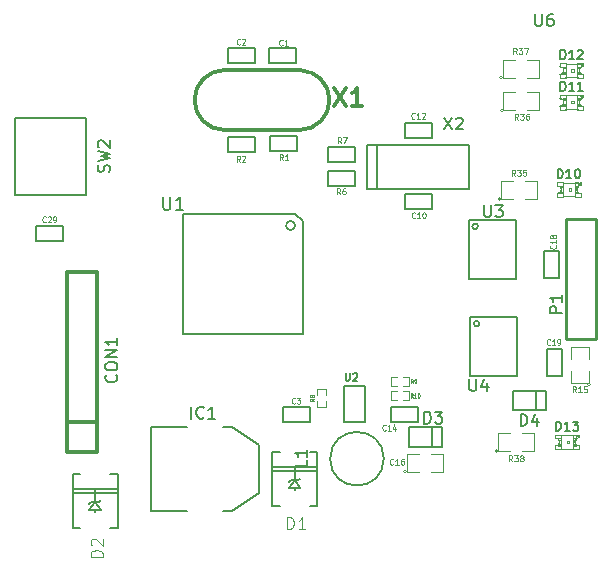
<source format=gto>
G04 (created by PCBNEW (2013-07-07 BZR 4022)-stable) date 23/05/2015 19:38:58*
%MOIN*%
G04 Gerber Fmt 3.4, Leading zero omitted, Abs format*
%FSLAX34Y34*%
G01*
G70*
G90*
G04 APERTURE LIST*
%ADD10C,0.00590551*%
%ADD11C,0.005*%
%ADD12C,0.008*%
%ADD13C,0.0039*%
%ADD14C,0.0028*%
%ADD15C,0.012*%
%ADD16C,0.0026*%
%ADD17C,0.004*%
%ADD18C,0.002*%
%ADD19C,0.0125*%
%ADD20C,0.01*%
%ADD21C,0.0043*%
%ADD22C,0.0045*%
%ADD23C,0.0047*%
G04 APERTURE END LIST*
G54D10*
G54D11*
X89877Y-52662D02*
X90577Y-52662D01*
X90577Y-52662D02*
X90577Y-53862D01*
X90577Y-53862D02*
X89877Y-53862D01*
X89877Y-53862D02*
X89877Y-52662D01*
G54D12*
X84650Y-54050D02*
X83450Y-54050D01*
X83450Y-54050D02*
X83450Y-56850D01*
X83450Y-56850D02*
X84650Y-56850D01*
X85850Y-54050D02*
X86150Y-54050D01*
X86150Y-54050D02*
X87050Y-54650D01*
X87050Y-54650D02*
X87050Y-56250D01*
X87050Y-56250D02*
X86150Y-56850D01*
X86150Y-56850D02*
X85850Y-56850D01*
G54D10*
X94333Y-47350D02*
G75*
G03X94333Y-47350I-93J0D01*
G74*
G01*
X95597Y-47130D02*
X95597Y-49099D01*
X95597Y-49099D02*
X94022Y-49099D01*
X94022Y-49099D02*
X94022Y-47130D01*
X94022Y-47130D02*
X95597Y-47130D01*
X94383Y-50595D02*
G75*
G03X94383Y-50595I-93J0D01*
G74*
G01*
X95647Y-50375D02*
X95647Y-52344D01*
X95647Y-52344D02*
X94072Y-52344D01*
X94072Y-52344D02*
X94072Y-50375D01*
X94072Y-50375D02*
X95647Y-50375D01*
X96255Y-52855D02*
X96255Y-53475D01*
X96255Y-53475D02*
X96250Y-53480D01*
X95488Y-52835D02*
X96591Y-52835D01*
X96591Y-52835D02*
X96591Y-53484D01*
X96591Y-53484D02*
X95488Y-53484D01*
X95488Y-53484D02*
X95488Y-52835D01*
X92795Y-54070D02*
X92795Y-54690D01*
X92795Y-54690D02*
X92790Y-54695D01*
X92028Y-54050D02*
X93131Y-54050D01*
X93131Y-54050D02*
X93131Y-54699D01*
X93131Y-54699D02*
X92028Y-54699D01*
X92028Y-54699D02*
X92028Y-54050D01*
G54D13*
X91955Y-55525D02*
G75*
G03X91955Y-55525I-50J0D01*
G74*
G01*
X92355Y-55525D02*
X91955Y-55525D01*
X91955Y-55525D02*
X91955Y-54925D01*
X91955Y-54925D02*
X92355Y-54925D01*
X92755Y-54925D02*
X93155Y-54925D01*
X93155Y-54925D02*
X93155Y-55525D01*
X93155Y-55525D02*
X92755Y-55525D01*
X95100Y-46425D02*
G75*
G03X95100Y-46425I-50J0D01*
G74*
G01*
X95500Y-46425D02*
X95100Y-46425D01*
X95100Y-46425D02*
X95100Y-45825D01*
X95100Y-45825D02*
X95500Y-45825D01*
X95900Y-45825D02*
X96300Y-45825D01*
X96300Y-45825D02*
X96300Y-46425D01*
X96300Y-46425D02*
X95900Y-46425D01*
X95185Y-43480D02*
G75*
G03X95185Y-43480I-50J0D01*
G74*
G01*
X95585Y-43480D02*
X95185Y-43480D01*
X95185Y-43480D02*
X95185Y-42880D01*
X95185Y-42880D02*
X95585Y-42880D01*
X95985Y-42880D02*
X96385Y-42880D01*
X96385Y-42880D02*
X96385Y-43480D01*
X96385Y-43480D02*
X95985Y-43480D01*
X98090Y-52620D02*
G75*
G03X98090Y-52620I-50J0D01*
G74*
G01*
X98040Y-52170D02*
X98040Y-52570D01*
X98040Y-52570D02*
X97440Y-52570D01*
X97440Y-52570D02*
X97440Y-52170D01*
X97440Y-51770D02*
X97440Y-51370D01*
X97440Y-51370D02*
X98040Y-51370D01*
X98040Y-51370D02*
X98040Y-51770D01*
X95160Y-42390D02*
G75*
G03X95160Y-42390I-50J0D01*
G74*
G01*
X95560Y-42390D02*
X95160Y-42390D01*
X95160Y-42390D02*
X95160Y-41790D01*
X95160Y-41790D02*
X95560Y-41790D01*
X95960Y-41790D02*
X96360Y-41790D01*
X96360Y-41790D02*
X96360Y-42390D01*
X96360Y-42390D02*
X95960Y-42390D01*
X95005Y-54840D02*
G75*
G03X95005Y-54840I-50J0D01*
G74*
G01*
X95405Y-54840D02*
X95005Y-54840D01*
X95005Y-54840D02*
X95005Y-54240D01*
X95005Y-54240D02*
X95405Y-54240D01*
X95805Y-54240D02*
X96205Y-54240D01*
X96205Y-54240D02*
X96205Y-54840D01*
X96205Y-54840D02*
X95805Y-54840D01*
G54D11*
X80500Y-47840D02*
X79600Y-47840D01*
X79600Y-47840D02*
X79600Y-47340D01*
X79600Y-47340D02*
X80500Y-47340D01*
X80500Y-47340D02*
X80500Y-47840D01*
X97040Y-48185D02*
X97040Y-49085D01*
X97040Y-49085D02*
X96540Y-49085D01*
X96540Y-49085D02*
X96540Y-48185D01*
X96540Y-48185D02*
X97040Y-48185D01*
X97135Y-51450D02*
X97135Y-52350D01*
X97135Y-52350D02*
X96635Y-52350D01*
X96635Y-52350D02*
X96635Y-51450D01*
X96635Y-51450D02*
X97135Y-51450D01*
X86900Y-41915D02*
X86000Y-41915D01*
X86000Y-41915D02*
X86000Y-41415D01*
X86000Y-41415D02*
X86900Y-41415D01*
X86900Y-41415D02*
X86900Y-41915D01*
X88300Y-44835D02*
X87400Y-44835D01*
X87400Y-44835D02*
X87400Y-44335D01*
X87400Y-44335D02*
X88300Y-44335D01*
X88300Y-44335D02*
X88300Y-44835D01*
X85990Y-44365D02*
X86890Y-44365D01*
X86890Y-44365D02*
X86890Y-44865D01*
X86890Y-44865D02*
X85990Y-44865D01*
X85990Y-44865D02*
X85990Y-44365D01*
X92800Y-46765D02*
X91900Y-46765D01*
X91900Y-46765D02*
X91900Y-46265D01*
X91900Y-46265D02*
X92800Y-46265D01*
X92800Y-46265D02*
X92800Y-46765D01*
X92800Y-44420D02*
X91900Y-44420D01*
X91900Y-44420D02*
X91900Y-43920D01*
X91900Y-43920D02*
X92800Y-43920D01*
X92800Y-43920D02*
X92800Y-44420D01*
X90225Y-46000D02*
X89325Y-46000D01*
X89325Y-46000D02*
X89325Y-45500D01*
X89325Y-45500D02*
X90225Y-45500D01*
X90225Y-45500D02*
X90225Y-46000D01*
X90240Y-45220D02*
X89340Y-45220D01*
X89340Y-45220D02*
X89340Y-44720D01*
X89340Y-44720D02*
X90240Y-44720D01*
X90240Y-44720D02*
X90240Y-45220D01*
X87375Y-41420D02*
X88275Y-41420D01*
X88275Y-41420D02*
X88275Y-41920D01*
X88275Y-41920D02*
X87375Y-41920D01*
X87375Y-41920D02*
X87375Y-41420D01*
X88720Y-53870D02*
X87820Y-53870D01*
X87820Y-53870D02*
X87820Y-53370D01*
X87820Y-53370D02*
X88720Y-53370D01*
X88720Y-53370D02*
X88720Y-53870D01*
X91450Y-53365D02*
X92350Y-53365D01*
X92350Y-53365D02*
X92350Y-53865D01*
X92350Y-53865D02*
X91450Y-53865D01*
X91450Y-53865D02*
X91450Y-53365D01*
G54D14*
X91630Y-52840D02*
X91430Y-52840D01*
X91430Y-52840D02*
X91430Y-53140D01*
X91430Y-53140D02*
X91630Y-53140D01*
X91830Y-52840D02*
X92030Y-52840D01*
X92030Y-52840D02*
X92030Y-53140D01*
X92030Y-53140D02*
X91830Y-53140D01*
X88970Y-53170D02*
X88970Y-53370D01*
X88970Y-53370D02*
X89270Y-53370D01*
X89270Y-53370D02*
X89270Y-53170D01*
X88970Y-52970D02*
X88970Y-52770D01*
X88970Y-52770D02*
X89270Y-52770D01*
X89270Y-52770D02*
X89270Y-52970D01*
X91635Y-52375D02*
X91435Y-52375D01*
X91435Y-52375D02*
X91435Y-52675D01*
X91435Y-52675D02*
X91635Y-52675D01*
X91835Y-52375D02*
X92035Y-52375D01*
X92035Y-52375D02*
X92035Y-52675D01*
X92035Y-52675D02*
X91835Y-52675D01*
G54D10*
X90981Y-44636D02*
X90981Y-46093D01*
X90627Y-44636D02*
X94052Y-44636D01*
X94052Y-44636D02*
X94052Y-46093D01*
X94052Y-46093D02*
X90627Y-46093D01*
X90627Y-46093D02*
X90627Y-44636D01*
G54D15*
X81630Y-54870D02*
X80630Y-54870D01*
X80630Y-54870D02*
X80630Y-48870D01*
X80630Y-48870D02*
X81630Y-48870D01*
X81630Y-48870D02*
X81630Y-54870D01*
X81630Y-53870D02*
X80630Y-53870D01*
G54D12*
X88238Y-47322D02*
G75*
G03X88238Y-47322I-150J0D01*
G74*
G01*
X84488Y-50922D02*
X88488Y-50922D01*
X88488Y-50922D02*
X88488Y-47172D01*
X88488Y-47172D02*
X88238Y-46922D01*
X88238Y-46922D02*
X84488Y-46922D01*
X84488Y-46922D02*
X84488Y-50922D01*
G54D16*
X97556Y-46238D02*
X97556Y-46366D01*
X97556Y-46366D02*
X97753Y-46366D01*
X97753Y-46238D02*
X97753Y-46366D01*
X97556Y-46238D02*
X97753Y-46238D01*
X97556Y-45993D02*
X97556Y-46052D01*
X97556Y-46052D02*
X97655Y-46052D01*
X97655Y-45993D02*
X97655Y-46052D01*
X97556Y-45993D02*
X97655Y-45993D01*
X97556Y-46188D02*
X97556Y-46247D01*
X97556Y-46247D02*
X97655Y-46247D01*
X97655Y-46188D02*
X97655Y-46247D01*
X97556Y-46188D02*
X97655Y-46188D01*
X97556Y-46042D02*
X97556Y-46198D01*
X97556Y-46198D02*
X97625Y-46198D01*
X97625Y-46042D02*
X97625Y-46198D01*
X97556Y-46042D02*
X97625Y-46042D01*
X96967Y-46238D02*
X96967Y-46366D01*
X96967Y-46366D02*
X97164Y-46366D01*
X97164Y-46238D02*
X97164Y-46366D01*
X96967Y-46238D02*
X97164Y-46238D01*
X96967Y-45874D02*
X96967Y-46002D01*
X96967Y-46002D02*
X97164Y-46002D01*
X97164Y-45874D02*
X97164Y-46002D01*
X96967Y-45874D02*
X97164Y-45874D01*
X97065Y-46188D02*
X97065Y-46247D01*
X97065Y-46247D02*
X97164Y-46247D01*
X97164Y-46188D02*
X97164Y-46247D01*
X97065Y-46188D02*
X97164Y-46188D01*
X97065Y-45993D02*
X97065Y-46052D01*
X97065Y-46052D02*
X97164Y-46052D01*
X97164Y-45993D02*
X97164Y-46052D01*
X97065Y-45993D02*
X97164Y-45993D01*
X97095Y-46042D02*
X97095Y-46198D01*
X97095Y-46198D02*
X97164Y-46198D01*
X97164Y-46042D02*
X97164Y-46198D01*
X97095Y-46042D02*
X97164Y-46042D01*
X97360Y-46081D02*
X97360Y-46159D01*
X97360Y-46159D02*
X97438Y-46159D01*
X97438Y-46081D02*
X97438Y-46159D01*
X97360Y-46081D02*
X97438Y-46081D01*
X97556Y-45884D02*
X97556Y-46002D01*
X97556Y-46002D02*
X97674Y-46002D01*
X97674Y-45884D02*
X97674Y-46002D01*
X97556Y-45884D02*
X97674Y-45884D01*
X97724Y-45874D02*
X97724Y-45963D01*
X97724Y-45963D02*
X97753Y-45963D01*
X97753Y-45874D02*
X97753Y-45963D01*
X97724Y-45874D02*
X97753Y-45874D01*
G54D17*
X97566Y-46346D02*
X97154Y-46346D01*
X97164Y-45894D02*
X97724Y-45894D01*
G54D18*
X97722Y-45943D02*
G75*
G03X97722Y-45943I-28J0D01*
G74*
G01*
G54D17*
X97753Y-45983D02*
G75*
G03X97753Y-46257I0J-137D01*
G74*
G01*
X96967Y-46257D02*
G75*
G03X96967Y-45983I0J137D01*
G74*
G01*
G54D16*
X97646Y-43328D02*
X97646Y-43456D01*
X97646Y-43456D02*
X97843Y-43456D01*
X97843Y-43328D02*
X97843Y-43456D01*
X97646Y-43328D02*
X97843Y-43328D01*
X97646Y-43083D02*
X97646Y-43142D01*
X97646Y-43142D02*
X97745Y-43142D01*
X97745Y-43083D02*
X97745Y-43142D01*
X97646Y-43083D02*
X97745Y-43083D01*
X97646Y-43278D02*
X97646Y-43337D01*
X97646Y-43337D02*
X97745Y-43337D01*
X97745Y-43278D02*
X97745Y-43337D01*
X97646Y-43278D02*
X97745Y-43278D01*
X97646Y-43132D02*
X97646Y-43288D01*
X97646Y-43288D02*
X97715Y-43288D01*
X97715Y-43132D02*
X97715Y-43288D01*
X97646Y-43132D02*
X97715Y-43132D01*
X97057Y-43328D02*
X97057Y-43456D01*
X97057Y-43456D02*
X97254Y-43456D01*
X97254Y-43328D02*
X97254Y-43456D01*
X97057Y-43328D02*
X97254Y-43328D01*
X97057Y-42964D02*
X97057Y-43092D01*
X97057Y-43092D02*
X97254Y-43092D01*
X97254Y-42964D02*
X97254Y-43092D01*
X97057Y-42964D02*
X97254Y-42964D01*
X97155Y-43278D02*
X97155Y-43337D01*
X97155Y-43337D02*
X97254Y-43337D01*
X97254Y-43278D02*
X97254Y-43337D01*
X97155Y-43278D02*
X97254Y-43278D01*
X97155Y-43083D02*
X97155Y-43142D01*
X97155Y-43142D02*
X97254Y-43142D01*
X97254Y-43083D02*
X97254Y-43142D01*
X97155Y-43083D02*
X97254Y-43083D01*
X97185Y-43132D02*
X97185Y-43288D01*
X97185Y-43288D02*
X97254Y-43288D01*
X97254Y-43132D02*
X97254Y-43288D01*
X97185Y-43132D02*
X97254Y-43132D01*
X97450Y-43171D02*
X97450Y-43249D01*
X97450Y-43249D02*
X97528Y-43249D01*
X97528Y-43171D02*
X97528Y-43249D01*
X97450Y-43171D02*
X97528Y-43171D01*
X97646Y-42974D02*
X97646Y-43092D01*
X97646Y-43092D02*
X97764Y-43092D01*
X97764Y-42974D02*
X97764Y-43092D01*
X97646Y-42974D02*
X97764Y-42974D01*
X97814Y-42964D02*
X97814Y-43053D01*
X97814Y-43053D02*
X97843Y-43053D01*
X97843Y-42964D02*
X97843Y-43053D01*
X97814Y-42964D02*
X97843Y-42964D01*
G54D17*
X97656Y-43436D02*
X97244Y-43436D01*
X97254Y-42984D02*
X97814Y-42984D01*
G54D18*
X97812Y-43033D02*
G75*
G03X97812Y-43033I-28J0D01*
G74*
G01*
G54D17*
X97843Y-43073D02*
G75*
G03X97843Y-43347I0J-137D01*
G74*
G01*
X97057Y-43347D02*
G75*
G03X97057Y-43073I0J137D01*
G74*
G01*
G54D16*
X97646Y-42268D02*
X97646Y-42396D01*
X97646Y-42396D02*
X97843Y-42396D01*
X97843Y-42268D02*
X97843Y-42396D01*
X97646Y-42268D02*
X97843Y-42268D01*
X97646Y-42023D02*
X97646Y-42082D01*
X97646Y-42082D02*
X97745Y-42082D01*
X97745Y-42023D02*
X97745Y-42082D01*
X97646Y-42023D02*
X97745Y-42023D01*
X97646Y-42218D02*
X97646Y-42277D01*
X97646Y-42277D02*
X97745Y-42277D01*
X97745Y-42218D02*
X97745Y-42277D01*
X97646Y-42218D02*
X97745Y-42218D01*
X97646Y-42072D02*
X97646Y-42228D01*
X97646Y-42228D02*
X97715Y-42228D01*
X97715Y-42072D02*
X97715Y-42228D01*
X97646Y-42072D02*
X97715Y-42072D01*
X97057Y-42268D02*
X97057Y-42396D01*
X97057Y-42396D02*
X97254Y-42396D01*
X97254Y-42268D02*
X97254Y-42396D01*
X97057Y-42268D02*
X97254Y-42268D01*
X97057Y-41904D02*
X97057Y-42032D01*
X97057Y-42032D02*
X97254Y-42032D01*
X97254Y-41904D02*
X97254Y-42032D01*
X97057Y-41904D02*
X97254Y-41904D01*
X97155Y-42218D02*
X97155Y-42277D01*
X97155Y-42277D02*
X97254Y-42277D01*
X97254Y-42218D02*
X97254Y-42277D01*
X97155Y-42218D02*
X97254Y-42218D01*
X97155Y-42023D02*
X97155Y-42082D01*
X97155Y-42082D02*
X97254Y-42082D01*
X97254Y-42023D02*
X97254Y-42082D01*
X97155Y-42023D02*
X97254Y-42023D01*
X97185Y-42072D02*
X97185Y-42228D01*
X97185Y-42228D02*
X97254Y-42228D01*
X97254Y-42072D02*
X97254Y-42228D01*
X97185Y-42072D02*
X97254Y-42072D01*
X97450Y-42111D02*
X97450Y-42189D01*
X97450Y-42189D02*
X97528Y-42189D01*
X97528Y-42111D02*
X97528Y-42189D01*
X97450Y-42111D02*
X97528Y-42111D01*
X97646Y-41914D02*
X97646Y-42032D01*
X97646Y-42032D02*
X97764Y-42032D01*
X97764Y-41914D02*
X97764Y-42032D01*
X97646Y-41914D02*
X97764Y-41914D01*
X97814Y-41904D02*
X97814Y-41993D01*
X97814Y-41993D02*
X97843Y-41993D01*
X97843Y-41904D02*
X97843Y-41993D01*
X97814Y-41904D02*
X97843Y-41904D01*
G54D17*
X97656Y-42376D02*
X97244Y-42376D01*
X97254Y-41924D02*
X97814Y-41924D01*
G54D18*
X97812Y-41973D02*
G75*
G03X97812Y-41973I-28J0D01*
G74*
G01*
G54D17*
X97843Y-42013D02*
G75*
G03X97843Y-42287I0J-137D01*
G74*
G01*
X97057Y-42287D02*
G75*
G03X97057Y-42013I0J137D01*
G74*
G01*
G54D16*
X97496Y-54653D02*
X97496Y-54781D01*
X97496Y-54781D02*
X97693Y-54781D01*
X97693Y-54653D02*
X97693Y-54781D01*
X97496Y-54653D02*
X97693Y-54653D01*
X97496Y-54408D02*
X97496Y-54467D01*
X97496Y-54467D02*
X97595Y-54467D01*
X97595Y-54408D02*
X97595Y-54467D01*
X97496Y-54408D02*
X97595Y-54408D01*
X97496Y-54603D02*
X97496Y-54662D01*
X97496Y-54662D02*
X97595Y-54662D01*
X97595Y-54603D02*
X97595Y-54662D01*
X97496Y-54603D02*
X97595Y-54603D01*
X97496Y-54457D02*
X97496Y-54613D01*
X97496Y-54613D02*
X97565Y-54613D01*
X97565Y-54457D02*
X97565Y-54613D01*
X97496Y-54457D02*
X97565Y-54457D01*
X96907Y-54653D02*
X96907Y-54781D01*
X96907Y-54781D02*
X97104Y-54781D01*
X97104Y-54653D02*
X97104Y-54781D01*
X96907Y-54653D02*
X97104Y-54653D01*
X96907Y-54289D02*
X96907Y-54417D01*
X96907Y-54417D02*
X97104Y-54417D01*
X97104Y-54289D02*
X97104Y-54417D01*
X96907Y-54289D02*
X97104Y-54289D01*
X97005Y-54603D02*
X97005Y-54662D01*
X97005Y-54662D02*
X97104Y-54662D01*
X97104Y-54603D02*
X97104Y-54662D01*
X97005Y-54603D02*
X97104Y-54603D01*
X97005Y-54408D02*
X97005Y-54467D01*
X97005Y-54467D02*
X97104Y-54467D01*
X97104Y-54408D02*
X97104Y-54467D01*
X97005Y-54408D02*
X97104Y-54408D01*
X97035Y-54457D02*
X97035Y-54613D01*
X97035Y-54613D02*
X97104Y-54613D01*
X97104Y-54457D02*
X97104Y-54613D01*
X97035Y-54457D02*
X97104Y-54457D01*
X97300Y-54496D02*
X97300Y-54574D01*
X97300Y-54574D02*
X97378Y-54574D01*
X97378Y-54496D02*
X97378Y-54574D01*
X97300Y-54496D02*
X97378Y-54496D01*
X97496Y-54299D02*
X97496Y-54417D01*
X97496Y-54417D02*
X97614Y-54417D01*
X97614Y-54299D02*
X97614Y-54417D01*
X97496Y-54299D02*
X97614Y-54299D01*
X97664Y-54289D02*
X97664Y-54378D01*
X97664Y-54378D02*
X97693Y-54378D01*
X97693Y-54289D02*
X97693Y-54378D01*
X97664Y-54289D02*
X97693Y-54289D01*
G54D17*
X97506Y-54761D02*
X97094Y-54761D01*
X97104Y-54309D02*
X97664Y-54309D01*
G54D18*
X97662Y-54358D02*
G75*
G03X97662Y-54358I-28J0D01*
G74*
G01*
G54D17*
X97693Y-54398D02*
G75*
G03X97693Y-54672I0J-137D01*
G74*
G01*
X96907Y-54672D02*
G75*
G03X96907Y-54398I0J137D01*
G74*
G01*
G54D19*
X85885Y-44140D02*
X88385Y-44140D01*
X85885Y-42140D02*
X88385Y-42140D01*
X89385Y-43140D02*
G75*
G03X88385Y-42140I-1000J0D01*
G74*
G01*
X88385Y-44140D02*
G75*
G03X89385Y-43140I0J1000D01*
G74*
G01*
X85885Y-42140D02*
G75*
G03X84885Y-43140I0J-1000D01*
G74*
G01*
X84885Y-43140D02*
G75*
G03X85885Y-44140I1000J0D01*
G74*
G01*
G54D10*
X78918Y-46294D02*
X78918Y-43735D01*
X78918Y-43735D02*
X81281Y-43735D01*
X81281Y-43735D02*
X81281Y-46294D01*
X81281Y-46294D02*
X78918Y-46294D01*
G54D11*
X88220Y-56070D02*
X88220Y-56150D01*
X87470Y-56670D02*
X87470Y-54870D01*
X87470Y-54870D02*
X87720Y-54870D01*
X88970Y-55510D02*
X87470Y-55510D01*
X88970Y-55380D02*
X87470Y-55380D01*
X88720Y-56670D02*
X88970Y-56670D01*
X88970Y-56670D02*
X88970Y-54870D01*
X88970Y-54870D02*
X88720Y-54870D01*
X87720Y-56670D02*
X87470Y-56670D01*
X88220Y-55820D02*
X88033Y-56070D01*
X88033Y-56070D02*
X88220Y-56070D01*
X88220Y-56070D02*
X88407Y-56070D01*
X88407Y-56070D02*
X88220Y-55820D01*
X88220Y-55820D02*
X88095Y-55820D01*
X88095Y-55820D02*
X88033Y-55882D01*
X88220Y-55820D02*
X88345Y-55820D01*
X88345Y-55820D02*
X88407Y-55758D01*
X88220Y-55820D02*
X88220Y-55383D01*
X81570Y-56790D02*
X81570Y-56870D01*
X80820Y-57390D02*
X80820Y-55590D01*
X80820Y-55590D02*
X81070Y-55590D01*
X82320Y-56230D02*
X80820Y-56230D01*
X82320Y-56100D02*
X80820Y-56100D01*
X82070Y-57390D02*
X82320Y-57390D01*
X82320Y-57390D02*
X82320Y-55590D01*
X82320Y-55590D02*
X82070Y-55590D01*
X81070Y-57390D02*
X80820Y-57390D01*
X81570Y-56540D02*
X81383Y-56790D01*
X81383Y-56790D02*
X81570Y-56790D01*
X81570Y-56790D02*
X81757Y-56790D01*
X81757Y-56790D02*
X81570Y-56540D01*
X81570Y-56540D02*
X81445Y-56540D01*
X81445Y-56540D02*
X81383Y-56602D01*
X81570Y-56540D02*
X81695Y-56540D01*
X81695Y-56540D02*
X81757Y-56478D01*
X81570Y-56540D02*
X81570Y-56103D01*
G54D10*
X91194Y-55095D02*
G75*
G03X91194Y-55095I-894J0D01*
G74*
G01*
G54D20*
X98285Y-47095D02*
X98285Y-51095D01*
X97285Y-47095D02*
X97285Y-51095D01*
X97285Y-51095D02*
X98285Y-51095D01*
X98285Y-47095D02*
X97285Y-47095D01*
G54D11*
X89919Y-52247D02*
X89919Y-52450D01*
X89930Y-52473D01*
X89942Y-52485D01*
X89966Y-52497D01*
X90014Y-52497D01*
X90038Y-52485D01*
X90049Y-52473D01*
X90061Y-52450D01*
X90061Y-52247D01*
X90169Y-52271D02*
X90180Y-52259D01*
X90204Y-52247D01*
X90264Y-52247D01*
X90288Y-52259D01*
X90299Y-52271D01*
X90311Y-52295D01*
X90311Y-52319D01*
X90299Y-52354D01*
X90157Y-52497D01*
X90311Y-52497D01*
G54D12*
X84779Y-53756D02*
X84779Y-53356D01*
X85198Y-53718D02*
X85179Y-53737D01*
X85122Y-53756D01*
X85084Y-53756D01*
X85027Y-53737D01*
X84989Y-53699D01*
X84970Y-53661D01*
X84950Y-53585D01*
X84950Y-53528D01*
X84970Y-53452D01*
X84989Y-53414D01*
X85027Y-53375D01*
X85084Y-53356D01*
X85122Y-53356D01*
X85179Y-53375D01*
X85198Y-53395D01*
X85579Y-53756D02*
X85350Y-53756D01*
X85465Y-53756D02*
X85465Y-53356D01*
X85427Y-53414D01*
X85389Y-53452D01*
X85350Y-53471D01*
G54D10*
X94540Y-46645D02*
X94540Y-46964D01*
X94558Y-47001D01*
X94577Y-47020D01*
X94615Y-47039D01*
X94690Y-47039D01*
X94727Y-47020D01*
X94746Y-47001D01*
X94765Y-46964D01*
X94765Y-46645D01*
X94914Y-46645D02*
X95158Y-46645D01*
X95027Y-46795D01*
X95083Y-46795D01*
X95121Y-46814D01*
X95139Y-46833D01*
X95158Y-46870D01*
X95158Y-46964D01*
X95139Y-47001D01*
X95121Y-47020D01*
X95083Y-47039D01*
X94971Y-47039D01*
X94933Y-47020D01*
X94914Y-47001D01*
X94050Y-52445D02*
X94050Y-52764D01*
X94068Y-52801D01*
X94087Y-52820D01*
X94125Y-52839D01*
X94200Y-52839D01*
X94237Y-52820D01*
X94256Y-52801D01*
X94275Y-52764D01*
X94275Y-52445D01*
X94631Y-52576D02*
X94631Y-52839D01*
X94537Y-52426D02*
X94443Y-52708D01*
X94687Y-52708D01*
X95754Y-54004D02*
X95754Y-53610D01*
X95848Y-53610D01*
X95904Y-53629D01*
X95941Y-53666D01*
X95960Y-53704D01*
X95979Y-53779D01*
X95979Y-53835D01*
X95960Y-53910D01*
X95941Y-53948D01*
X95904Y-53985D01*
X95848Y-54004D01*
X95754Y-54004D01*
X96316Y-53741D02*
X96316Y-54004D01*
X96223Y-53591D02*
X96129Y-53873D01*
X96373Y-53873D01*
X92544Y-53924D02*
X92544Y-53530D01*
X92638Y-53530D01*
X92694Y-53549D01*
X92731Y-53586D01*
X92750Y-53624D01*
X92769Y-53699D01*
X92769Y-53755D01*
X92750Y-53830D01*
X92731Y-53868D01*
X92694Y-53905D01*
X92638Y-53924D01*
X92544Y-53924D01*
X92900Y-53530D02*
X93144Y-53530D01*
X93013Y-53680D01*
X93069Y-53680D01*
X93106Y-53699D01*
X93125Y-53718D01*
X93144Y-53755D01*
X93144Y-53849D01*
X93125Y-53886D01*
X93106Y-53905D01*
X93069Y-53924D01*
X92956Y-53924D01*
X92919Y-53905D01*
X92900Y-53886D01*
G54D21*
X91508Y-55275D02*
X91498Y-55285D01*
X91470Y-55294D01*
X91452Y-55294D01*
X91423Y-55285D01*
X91405Y-55266D01*
X91395Y-55247D01*
X91386Y-55210D01*
X91386Y-55182D01*
X91395Y-55144D01*
X91405Y-55125D01*
X91423Y-55107D01*
X91452Y-55097D01*
X91470Y-55097D01*
X91498Y-55107D01*
X91508Y-55116D01*
X91695Y-55294D02*
X91583Y-55294D01*
X91639Y-55294D02*
X91639Y-55097D01*
X91620Y-55125D01*
X91602Y-55144D01*
X91583Y-55154D01*
X91864Y-55097D02*
X91827Y-55097D01*
X91808Y-55107D01*
X91799Y-55116D01*
X91780Y-55144D01*
X91771Y-55182D01*
X91771Y-55257D01*
X91780Y-55275D01*
X91789Y-55285D01*
X91808Y-55294D01*
X91846Y-55294D01*
X91864Y-55285D01*
X91874Y-55275D01*
X91883Y-55257D01*
X91883Y-55210D01*
X91874Y-55191D01*
X91864Y-55182D01*
X91846Y-55172D01*
X91808Y-55172D01*
X91789Y-55182D01*
X91780Y-55191D01*
X91771Y-55210D01*
X95573Y-45659D02*
X95507Y-45565D01*
X95460Y-45659D02*
X95460Y-45462D01*
X95535Y-45462D01*
X95554Y-45472D01*
X95563Y-45481D01*
X95573Y-45500D01*
X95573Y-45528D01*
X95563Y-45547D01*
X95554Y-45556D01*
X95535Y-45565D01*
X95460Y-45565D01*
X95639Y-45462D02*
X95760Y-45462D01*
X95695Y-45537D01*
X95723Y-45537D01*
X95742Y-45547D01*
X95751Y-45556D01*
X95760Y-45575D01*
X95760Y-45622D01*
X95751Y-45640D01*
X95742Y-45650D01*
X95723Y-45659D01*
X95667Y-45659D01*
X95648Y-45650D01*
X95639Y-45640D01*
X95939Y-45462D02*
X95845Y-45462D01*
X95836Y-45556D01*
X95845Y-45547D01*
X95864Y-45537D01*
X95911Y-45537D01*
X95929Y-45547D01*
X95939Y-45556D01*
X95948Y-45575D01*
X95948Y-45622D01*
X95939Y-45640D01*
X95929Y-45650D01*
X95911Y-45659D01*
X95864Y-45659D01*
X95845Y-45650D01*
X95836Y-45640D01*
X95673Y-43789D02*
X95607Y-43695D01*
X95560Y-43789D02*
X95560Y-43592D01*
X95635Y-43592D01*
X95654Y-43602D01*
X95663Y-43611D01*
X95673Y-43630D01*
X95673Y-43658D01*
X95663Y-43677D01*
X95654Y-43686D01*
X95635Y-43695D01*
X95560Y-43695D01*
X95739Y-43592D02*
X95860Y-43592D01*
X95795Y-43667D01*
X95823Y-43667D01*
X95842Y-43677D01*
X95851Y-43686D01*
X95860Y-43705D01*
X95860Y-43752D01*
X95851Y-43770D01*
X95842Y-43780D01*
X95823Y-43789D01*
X95767Y-43789D01*
X95748Y-43780D01*
X95739Y-43770D01*
X96029Y-43592D02*
X95992Y-43592D01*
X95973Y-43602D01*
X95964Y-43611D01*
X95945Y-43639D01*
X95936Y-43677D01*
X95936Y-43752D01*
X95945Y-43770D01*
X95954Y-43780D01*
X95973Y-43789D01*
X96011Y-43789D01*
X96029Y-43780D01*
X96039Y-43770D01*
X96048Y-43752D01*
X96048Y-43705D01*
X96039Y-43686D01*
X96029Y-43677D01*
X96011Y-43667D01*
X95973Y-43667D01*
X95954Y-43677D01*
X95945Y-43686D01*
X95936Y-43705D01*
X97603Y-52879D02*
X97537Y-52785D01*
X97490Y-52879D02*
X97490Y-52682D01*
X97565Y-52682D01*
X97584Y-52692D01*
X97593Y-52701D01*
X97603Y-52720D01*
X97603Y-52748D01*
X97593Y-52767D01*
X97584Y-52776D01*
X97565Y-52785D01*
X97490Y-52785D01*
X97790Y-52879D02*
X97678Y-52879D01*
X97734Y-52879D02*
X97734Y-52682D01*
X97715Y-52710D01*
X97697Y-52729D01*
X97678Y-52739D01*
X97969Y-52682D02*
X97875Y-52682D01*
X97866Y-52776D01*
X97875Y-52767D01*
X97894Y-52757D01*
X97941Y-52757D01*
X97959Y-52767D01*
X97969Y-52776D01*
X97978Y-52795D01*
X97978Y-52842D01*
X97969Y-52860D01*
X97959Y-52870D01*
X97941Y-52879D01*
X97894Y-52879D01*
X97875Y-52870D01*
X97866Y-52860D01*
X95628Y-41604D02*
X95562Y-41510D01*
X95515Y-41604D02*
X95515Y-41407D01*
X95590Y-41407D01*
X95609Y-41417D01*
X95618Y-41426D01*
X95628Y-41445D01*
X95628Y-41473D01*
X95618Y-41492D01*
X95609Y-41501D01*
X95590Y-41510D01*
X95515Y-41510D01*
X95694Y-41407D02*
X95815Y-41407D01*
X95750Y-41482D01*
X95778Y-41482D01*
X95797Y-41492D01*
X95806Y-41501D01*
X95815Y-41520D01*
X95815Y-41567D01*
X95806Y-41585D01*
X95797Y-41595D01*
X95778Y-41604D01*
X95722Y-41604D01*
X95703Y-41595D01*
X95694Y-41585D01*
X95881Y-41407D02*
X96012Y-41407D01*
X95928Y-41604D01*
X95478Y-55184D02*
X95412Y-55090D01*
X95365Y-55184D02*
X95365Y-54987D01*
X95440Y-54987D01*
X95459Y-54997D01*
X95468Y-55006D01*
X95478Y-55025D01*
X95478Y-55053D01*
X95468Y-55072D01*
X95459Y-55081D01*
X95440Y-55090D01*
X95365Y-55090D01*
X95544Y-54987D02*
X95665Y-54987D01*
X95600Y-55062D01*
X95628Y-55062D01*
X95647Y-55072D01*
X95656Y-55081D01*
X95665Y-55100D01*
X95665Y-55147D01*
X95656Y-55165D01*
X95647Y-55175D01*
X95628Y-55184D01*
X95572Y-55184D01*
X95553Y-55175D01*
X95544Y-55165D01*
X95778Y-55072D02*
X95759Y-55062D01*
X95750Y-55053D01*
X95741Y-55034D01*
X95741Y-55025D01*
X95750Y-55006D01*
X95759Y-54997D01*
X95778Y-54987D01*
X95816Y-54987D01*
X95834Y-54997D01*
X95844Y-55006D01*
X95853Y-55025D01*
X95853Y-55034D01*
X95844Y-55053D01*
X95834Y-55062D01*
X95816Y-55072D01*
X95778Y-55072D01*
X95759Y-55081D01*
X95750Y-55090D01*
X95741Y-55109D01*
X95741Y-55147D01*
X95750Y-55165D01*
X95759Y-55175D01*
X95778Y-55184D01*
X95816Y-55184D01*
X95834Y-55175D01*
X95844Y-55165D01*
X95853Y-55147D01*
X95853Y-55109D01*
X95844Y-55090D01*
X95834Y-55081D01*
X95816Y-55072D01*
G54D22*
X79929Y-47201D02*
X79920Y-47211D01*
X79895Y-47220D01*
X79877Y-47220D01*
X79852Y-47211D01*
X79835Y-47192D01*
X79826Y-47173D01*
X79817Y-47135D01*
X79817Y-47106D01*
X79826Y-47068D01*
X79835Y-47049D01*
X79852Y-47030D01*
X79877Y-47020D01*
X79895Y-47020D01*
X79920Y-47030D01*
X79929Y-47040D01*
X79997Y-47040D02*
X80006Y-47030D01*
X80023Y-47020D01*
X80066Y-47020D01*
X80083Y-47030D01*
X80092Y-47040D01*
X80100Y-47059D01*
X80100Y-47078D01*
X80092Y-47106D01*
X79989Y-47220D01*
X80100Y-47220D01*
X80186Y-47220D02*
X80220Y-47220D01*
X80237Y-47211D01*
X80246Y-47201D01*
X80263Y-47173D01*
X80272Y-47135D01*
X80272Y-47059D01*
X80263Y-47040D01*
X80255Y-47030D01*
X80237Y-47020D01*
X80203Y-47020D01*
X80186Y-47030D01*
X80177Y-47040D01*
X80169Y-47059D01*
X80169Y-47106D01*
X80177Y-47125D01*
X80186Y-47135D01*
X80203Y-47144D01*
X80237Y-47144D01*
X80255Y-47135D01*
X80263Y-47125D01*
X80272Y-47106D01*
X96921Y-47980D02*
X96931Y-47989D01*
X96940Y-48015D01*
X96940Y-48032D01*
X96931Y-48057D01*
X96912Y-48075D01*
X96893Y-48083D01*
X96855Y-48092D01*
X96826Y-48092D01*
X96788Y-48083D01*
X96769Y-48075D01*
X96750Y-48057D01*
X96740Y-48032D01*
X96740Y-48015D01*
X96750Y-47989D01*
X96760Y-47980D01*
X96940Y-47809D02*
X96940Y-47912D01*
X96940Y-47860D02*
X96740Y-47860D01*
X96769Y-47877D01*
X96788Y-47895D01*
X96798Y-47912D01*
X96826Y-47706D02*
X96817Y-47723D01*
X96807Y-47732D01*
X96788Y-47740D01*
X96779Y-47740D01*
X96760Y-47732D01*
X96750Y-47723D01*
X96740Y-47706D01*
X96740Y-47672D01*
X96750Y-47655D01*
X96760Y-47646D01*
X96779Y-47637D01*
X96788Y-47637D01*
X96807Y-47646D01*
X96817Y-47655D01*
X96826Y-47672D01*
X96826Y-47706D01*
X96836Y-47723D01*
X96845Y-47732D01*
X96864Y-47740D01*
X96902Y-47740D01*
X96921Y-47732D01*
X96931Y-47723D01*
X96940Y-47706D01*
X96940Y-47672D01*
X96931Y-47655D01*
X96921Y-47646D01*
X96902Y-47637D01*
X96864Y-47637D01*
X96845Y-47646D01*
X96836Y-47655D01*
X96826Y-47672D01*
X96734Y-51291D02*
X96725Y-51301D01*
X96700Y-51310D01*
X96682Y-51310D01*
X96657Y-51301D01*
X96640Y-51282D01*
X96631Y-51263D01*
X96622Y-51225D01*
X96622Y-51196D01*
X96631Y-51158D01*
X96640Y-51139D01*
X96657Y-51120D01*
X96682Y-51110D01*
X96700Y-51110D01*
X96725Y-51120D01*
X96734Y-51130D01*
X96905Y-51310D02*
X96802Y-51310D01*
X96854Y-51310D02*
X96854Y-51110D01*
X96837Y-51139D01*
X96820Y-51158D01*
X96802Y-51168D01*
X96991Y-51310D02*
X97025Y-51310D01*
X97042Y-51301D01*
X97051Y-51291D01*
X97068Y-51263D01*
X97077Y-51225D01*
X97077Y-51149D01*
X97068Y-51130D01*
X97060Y-51120D01*
X97042Y-51110D01*
X97008Y-51110D01*
X96991Y-51120D01*
X96982Y-51130D01*
X96974Y-51149D01*
X96974Y-51196D01*
X96982Y-51215D01*
X96991Y-51225D01*
X97008Y-51234D01*
X97042Y-51234D01*
X97060Y-51225D01*
X97068Y-51215D01*
X97077Y-51196D01*
X86405Y-41276D02*
X86396Y-41286D01*
X86370Y-41295D01*
X86353Y-41295D01*
X86327Y-41286D01*
X86310Y-41267D01*
X86302Y-41248D01*
X86293Y-41210D01*
X86293Y-41181D01*
X86302Y-41143D01*
X86310Y-41124D01*
X86327Y-41105D01*
X86353Y-41095D01*
X86370Y-41095D01*
X86396Y-41105D01*
X86405Y-41115D01*
X86473Y-41115D02*
X86482Y-41105D01*
X86499Y-41095D01*
X86542Y-41095D01*
X86559Y-41105D01*
X86567Y-41115D01*
X86576Y-41134D01*
X86576Y-41153D01*
X86567Y-41181D01*
X86465Y-41295D01*
X86576Y-41295D01*
X87835Y-45145D02*
X87775Y-45050D01*
X87732Y-45145D02*
X87732Y-44945D01*
X87800Y-44945D01*
X87817Y-44955D01*
X87826Y-44965D01*
X87835Y-44984D01*
X87835Y-45012D01*
X87826Y-45031D01*
X87817Y-45041D01*
X87800Y-45050D01*
X87732Y-45050D01*
X88006Y-45145D02*
X87903Y-45145D01*
X87955Y-45145D02*
X87955Y-44945D01*
X87937Y-44974D01*
X87920Y-44993D01*
X87903Y-45003D01*
X86405Y-45195D02*
X86345Y-45100D01*
X86302Y-45195D02*
X86302Y-44995D01*
X86370Y-44995D01*
X86387Y-45005D01*
X86396Y-45015D01*
X86405Y-45034D01*
X86405Y-45062D01*
X86396Y-45081D01*
X86387Y-45091D01*
X86370Y-45100D01*
X86302Y-45100D01*
X86473Y-45015D02*
X86482Y-45005D01*
X86499Y-44995D01*
X86542Y-44995D01*
X86559Y-45005D01*
X86567Y-45015D01*
X86576Y-45034D01*
X86576Y-45053D01*
X86567Y-45081D01*
X86465Y-45195D01*
X86576Y-45195D01*
X92244Y-47061D02*
X92235Y-47071D01*
X92210Y-47080D01*
X92192Y-47080D01*
X92167Y-47071D01*
X92150Y-47052D01*
X92141Y-47033D01*
X92132Y-46995D01*
X92132Y-46966D01*
X92141Y-46928D01*
X92150Y-46909D01*
X92167Y-46890D01*
X92192Y-46880D01*
X92210Y-46880D01*
X92235Y-46890D01*
X92244Y-46900D01*
X92415Y-47080D02*
X92312Y-47080D01*
X92364Y-47080D02*
X92364Y-46880D01*
X92347Y-46909D01*
X92330Y-46928D01*
X92312Y-46938D01*
X92527Y-46880D02*
X92544Y-46880D01*
X92561Y-46890D01*
X92570Y-46900D01*
X92578Y-46919D01*
X92587Y-46957D01*
X92587Y-47004D01*
X92578Y-47042D01*
X92570Y-47061D01*
X92561Y-47071D01*
X92544Y-47080D01*
X92527Y-47080D01*
X92510Y-47071D01*
X92501Y-47061D01*
X92492Y-47042D01*
X92484Y-47004D01*
X92484Y-46957D01*
X92492Y-46919D01*
X92501Y-46900D01*
X92510Y-46890D01*
X92527Y-46880D01*
X92224Y-43746D02*
X92215Y-43756D01*
X92190Y-43765D01*
X92172Y-43765D01*
X92147Y-43756D01*
X92130Y-43737D01*
X92121Y-43718D01*
X92112Y-43680D01*
X92112Y-43651D01*
X92121Y-43613D01*
X92130Y-43594D01*
X92147Y-43575D01*
X92172Y-43565D01*
X92190Y-43565D01*
X92215Y-43575D01*
X92224Y-43585D01*
X92395Y-43765D02*
X92292Y-43765D01*
X92344Y-43765D02*
X92344Y-43565D01*
X92327Y-43594D01*
X92310Y-43613D01*
X92292Y-43623D01*
X92464Y-43585D02*
X92472Y-43575D01*
X92490Y-43565D01*
X92532Y-43565D01*
X92550Y-43575D01*
X92558Y-43585D01*
X92567Y-43604D01*
X92567Y-43623D01*
X92558Y-43651D01*
X92455Y-43765D01*
X92567Y-43765D01*
X89750Y-46285D02*
X89690Y-46190D01*
X89647Y-46285D02*
X89647Y-46085D01*
X89715Y-46085D01*
X89732Y-46095D01*
X89741Y-46105D01*
X89750Y-46124D01*
X89750Y-46152D01*
X89741Y-46171D01*
X89732Y-46181D01*
X89715Y-46190D01*
X89647Y-46190D01*
X89904Y-46085D02*
X89870Y-46085D01*
X89852Y-46095D01*
X89844Y-46105D01*
X89827Y-46133D01*
X89818Y-46171D01*
X89818Y-46247D01*
X89827Y-46266D01*
X89835Y-46276D01*
X89852Y-46285D01*
X89887Y-46285D01*
X89904Y-46276D01*
X89912Y-46266D01*
X89921Y-46247D01*
X89921Y-46200D01*
X89912Y-46181D01*
X89904Y-46171D01*
X89887Y-46162D01*
X89852Y-46162D01*
X89835Y-46171D01*
X89827Y-46181D01*
X89818Y-46200D01*
X89780Y-44585D02*
X89720Y-44490D01*
X89677Y-44585D02*
X89677Y-44385D01*
X89745Y-44385D01*
X89762Y-44395D01*
X89771Y-44405D01*
X89780Y-44424D01*
X89780Y-44452D01*
X89771Y-44471D01*
X89762Y-44481D01*
X89745Y-44490D01*
X89677Y-44490D01*
X89840Y-44385D02*
X89960Y-44385D01*
X89882Y-44585D01*
X87820Y-41306D02*
X87811Y-41316D01*
X87785Y-41325D01*
X87768Y-41325D01*
X87742Y-41316D01*
X87725Y-41297D01*
X87717Y-41278D01*
X87708Y-41240D01*
X87708Y-41211D01*
X87717Y-41173D01*
X87725Y-41154D01*
X87742Y-41135D01*
X87768Y-41125D01*
X87785Y-41125D01*
X87811Y-41135D01*
X87820Y-41145D01*
X87991Y-41325D02*
X87888Y-41325D01*
X87940Y-41325D02*
X87940Y-41125D01*
X87922Y-41154D01*
X87905Y-41173D01*
X87888Y-41183D01*
X88240Y-53241D02*
X88231Y-53251D01*
X88205Y-53260D01*
X88188Y-53260D01*
X88162Y-53251D01*
X88145Y-53232D01*
X88137Y-53213D01*
X88128Y-53175D01*
X88128Y-53146D01*
X88137Y-53108D01*
X88145Y-53089D01*
X88162Y-53070D01*
X88188Y-53060D01*
X88205Y-53060D01*
X88231Y-53070D01*
X88240Y-53080D01*
X88300Y-53060D02*
X88411Y-53060D01*
X88351Y-53137D01*
X88377Y-53137D01*
X88394Y-53146D01*
X88402Y-53156D01*
X88411Y-53175D01*
X88411Y-53222D01*
X88402Y-53241D01*
X88394Y-53251D01*
X88377Y-53260D01*
X88325Y-53260D01*
X88308Y-53251D01*
X88300Y-53241D01*
X91259Y-54141D02*
X91250Y-54151D01*
X91225Y-54160D01*
X91207Y-54160D01*
X91182Y-54151D01*
X91165Y-54132D01*
X91156Y-54113D01*
X91147Y-54075D01*
X91147Y-54046D01*
X91156Y-54008D01*
X91165Y-53989D01*
X91182Y-53970D01*
X91207Y-53960D01*
X91225Y-53960D01*
X91250Y-53970D01*
X91259Y-53980D01*
X91430Y-54160D02*
X91327Y-54160D01*
X91379Y-54160D02*
X91379Y-53960D01*
X91362Y-53989D01*
X91345Y-54008D01*
X91327Y-54018D01*
X91585Y-54027D02*
X91585Y-54160D01*
X91542Y-53951D02*
X91499Y-54094D01*
X91610Y-54094D01*
G54D14*
X92162Y-53055D02*
X92122Y-52990D01*
X92094Y-53055D02*
X92094Y-52917D01*
X92140Y-52917D01*
X92151Y-52924D01*
X92157Y-52931D01*
X92162Y-52944D01*
X92162Y-52963D01*
X92157Y-52977D01*
X92151Y-52983D01*
X92140Y-52990D01*
X92094Y-52990D01*
X92277Y-53055D02*
X92208Y-53055D01*
X92242Y-53055D02*
X92242Y-52917D01*
X92231Y-52937D01*
X92220Y-52950D01*
X92208Y-52957D01*
X92351Y-52917D02*
X92362Y-52917D01*
X92374Y-52924D01*
X92380Y-52931D01*
X92385Y-52944D01*
X92391Y-52970D01*
X92391Y-53003D01*
X92385Y-53029D01*
X92380Y-53042D01*
X92374Y-53049D01*
X92362Y-53055D01*
X92351Y-53055D01*
X92340Y-53049D01*
X92334Y-53042D01*
X92328Y-53029D01*
X92322Y-53003D01*
X92322Y-52970D01*
X92328Y-52944D01*
X92334Y-52931D01*
X92340Y-52924D01*
X92351Y-52917D01*
X88880Y-53090D02*
X88815Y-53130D01*
X88880Y-53158D02*
X88742Y-53158D01*
X88742Y-53112D01*
X88749Y-53101D01*
X88756Y-53095D01*
X88769Y-53090D01*
X88788Y-53090D01*
X88802Y-53095D01*
X88808Y-53101D01*
X88815Y-53112D01*
X88815Y-53158D01*
X88802Y-53021D02*
X88795Y-53032D01*
X88788Y-53038D01*
X88775Y-53044D01*
X88769Y-53044D01*
X88756Y-53038D01*
X88749Y-53032D01*
X88742Y-53021D01*
X88742Y-52998D01*
X88749Y-52987D01*
X88756Y-52981D01*
X88769Y-52975D01*
X88775Y-52975D01*
X88788Y-52981D01*
X88795Y-52987D01*
X88802Y-52998D01*
X88802Y-53021D01*
X88808Y-53032D01*
X88815Y-53038D01*
X88828Y-53044D01*
X88854Y-53044D01*
X88867Y-53038D01*
X88874Y-53032D01*
X88880Y-53021D01*
X88880Y-52998D01*
X88874Y-52987D01*
X88867Y-52981D01*
X88854Y-52975D01*
X88828Y-52975D01*
X88815Y-52981D01*
X88808Y-52987D01*
X88802Y-52998D01*
X92165Y-52585D02*
X92125Y-52520D01*
X92096Y-52585D02*
X92096Y-52447D01*
X92142Y-52447D01*
X92153Y-52454D01*
X92159Y-52461D01*
X92165Y-52474D01*
X92165Y-52493D01*
X92159Y-52507D01*
X92153Y-52513D01*
X92142Y-52520D01*
X92096Y-52520D01*
X92222Y-52585D02*
X92245Y-52585D01*
X92256Y-52579D01*
X92262Y-52572D01*
X92273Y-52553D01*
X92279Y-52526D01*
X92279Y-52474D01*
X92273Y-52461D01*
X92267Y-52454D01*
X92256Y-52447D01*
X92233Y-52447D01*
X92222Y-52454D01*
X92216Y-52461D01*
X92210Y-52474D01*
X92210Y-52507D01*
X92216Y-52520D01*
X92222Y-52526D01*
X92233Y-52533D01*
X92256Y-52533D01*
X92267Y-52526D01*
X92273Y-52520D01*
X92279Y-52507D01*
G54D10*
X93216Y-43725D02*
X93478Y-44119D01*
X93478Y-43725D02*
X93216Y-44119D01*
X93609Y-43763D02*
X93628Y-43744D01*
X93666Y-43725D01*
X93759Y-43725D01*
X93797Y-43744D01*
X93816Y-43763D01*
X93834Y-43800D01*
X93834Y-43838D01*
X93816Y-43894D01*
X93591Y-44119D01*
X93834Y-44119D01*
G54D12*
X82273Y-52305D02*
X82292Y-52324D01*
X82311Y-52381D01*
X82311Y-52420D01*
X82292Y-52477D01*
X82254Y-52515D01*
X82216Y-52534D01*
X82140Y-52553D01*
X82083Y-52553D01*
X82007Y-52534D01*
X81969Y-52515D01*
X81930Y-52477D01*
X81911Y-52420D01*
X81911Y-52381D01*
X81930Y-52324D01*
X81950Y-52305D01*
X81911Y-52058D02*
X81911Y-51981D01*
X81930Y-51943D01*
X81969Y-51905D01*
X82045Y-51886D01*
X82178Y-51886D01*
X82254Y-51905D01*
X82292Y-51943D01*
X82311Y-51981D01*
X82311Y-52058D01*
X82292Y-52096D01*
X82254Y-52134D01*
X82178Y-52153D01*
X82045Y-52153D01*
X81969Y-52134D01*
X81930Y-52096D01*
X81911Y-52058D01*
X82311Y-51715D02*
X81911Y-51715D01*
X82311Y-51486D01*
X81911Y-51486D01*
X82311Y-51086D02*
X82311Y-51315D01*
X82311Y-51200D02*
X81911Y-51200D01*
X81969Y-51239D01*
X82007Y-51277D01*
X82026Y-51315D01*
G54D11*
X83835Y-46362D02*
X83835Y-46712D01*
X83855Y-46754D01*
X83876Y-46774D01*
X83917Y-46795D01*
X84000Y-46795D01*
X84041Y-46774D01*
X84061Y-46754D01*
X84082Y-46712D01*
X84082Y-46362D01*
X84515Y-46795D02*
X84268Y-46795D01*
X84391Y-46795D02*
X84391Y-46362D01*
X84350Y-46424D01*
X84309Y-46465D01*
X84268Y-46485D01*
X96995Y-45741D02*
X96995Y-45441D01*
X97067Y-45441D01*
X97110Y-45455D01*
X97138Y-45484D01*
X97152Y-45512D01*
X97167Y-45570D01*
X97167Y-45612D01*
X97152Y-45670D01*
X97138Y-45698D01*
X97110Y-45727D01*
X97067Y-45741D01*
X96995Y-45741D01*
X97452Y-45741D02*
X97281Y-45741D01*
X97367Y-45741D02*
X97367Y-45441D01*
X97338Y-45484D01*
X97310Y-45512D01*
X97281Y-45527D01*
X97638Y-45441D02*
X97667Y-45441D01*
X97695Y-45455D01*
X97710Y-45470D01*
X97724Y-45498D01*
X97738Y-45555D01*
X97738Y-45627D01*
X97724Y-45684D01*
X97710Y-45712D01*
X97695Y-45727D01*
X97667Y-45741D01*
X97638Y-45741D01*
X97610Y-45727D01*
X97595Y-45712D01*
X97581Y-45684D01*
X97567Y-45627D01*
X97567Y-45555D01*
X97581Y-45498D01*
X97595Y-45470D01*
X97610Y-45455D01*
X97638Y-45441D01*
X97085Y-42831D02*
X97085Y-42531D01*
X97157Y-42531D01*
X97200Y-42545D01*
X97228Y-42574D01*
X97242Y-42602D01*
X97257Y-42660D01*
X97257Y-42702D01*
X97242Y-42760D01*
X97228Y-42788D01*
X97200Y-42817D01*
X97157Y-42831D01*
X97085Y-42831D01*
X97542Y-42831D02*
X97371Y-42831D01*
X97457Y-42831D02*
X97457Y-42531D01*
X97428Y-42574D01*
X97400Y-42602D01*
X97371Y-42617D01*
X97828Y-42831D02*
X97657Y-42831D01*
X97742Y-42831D02*
X97742Y-42531D01*
X97714Y-42574D01*
X97685Y-42602D01*
X97657Y-42617D01*
X97085Y-41771D02*
X97085Y-41471D01*
X97157Y-41471D01*
X97200Y-41485D01*
X97228Y-41514D01*
X97242Y-41542D01*
X97257Y-41600D01*
X97257Y-41642D01*
X97242Y-41700D01*
X97228Y-41728D01*
X97200Y-41757D01*
X97157Y-41771D01*
X97085Y-41771D01*
X97542Y-41771D02*
X97371Y-41771D01*
X97457Y-41771D02*
X97457Y-41471D01*
X97428Y-41514D01*
X97400Y-41542D01*
X97371Y-41557D01*
X97657Y-41500D02*
X97671Y-41485D01*
X97700Y-41471D01*
X97771Y-41471D01*
X97800Y-41485D01*
X97814Y-41500D01*
X97828Y-41528D01*
X97828Y-41557D01*
X97814Y-41600D01*
X97642Y-41771D01*
X97828Y-41771D01*
X96935Y-54156D02*
X96935Y-53856D01*
X97007Y-53856D01*
X97050Y-53870D01*
X97078Y-53899D01*
X97092Y-53927D01*
X97107Y-53985D01*
X97107Y-54027D01*
X97092Y-54085D01*
X97078Y-54113D01*
X97050Y-54142D01*
X97007Y-54156D01*
X96935Y-54156D01*
X97392Y-54156D02*
X97221Y-54156D01*
X97307Y-54156D02*
X97307Y-53856D01*
X97278Y-53899D01*
X97250Y-53927D01*
X97221Y-53942D01*
X97492Y-53856D02*
X97678Y-53856D01*
X97578Y-53970D01*
X97621Y-53970D01*
X97650Y-53985D01*
X97664Y-53999D01*
X97678Y-54027D01*
X97678Y-54099D01*
X97664Y-54127D01*
X97650Y-54142D01*
X97621Y-54156D01*
X97535Y-54156D01*
X97507Y-54142D01*
X97492Y-54127D01*
G54D15*
X89534Y-42742D02*
X89934Y-43342D01*
X89934Y-42742D02*
X89534Y-43342D01*
X90477Y-43342D02*
X90134Y-43342D01*
X90305Y-43342D02*
X90305Y-42742D01*
X90248Y-42828D01*
X90191Y-42885D01*
X90134Y-42914D01*
G54D10*
X82040Y-45534D02*
X82059Y-45478D01*
X82059Y-45384D01*
X82040Y-45347D01*
X82021Y-45328D01*
X81984Y-45309D01*
X81946Y-45309D01*
X81909Y-45328D01*
X81890Y-45347D01*
X81871Y-45384D01*
X81853Y-45459D01*
X81834Y-45497D01*
X81815Y-45516D01*
X81778Y-45534D01*
X81740Y-45534D01*
X81703Y-45516D01*
X81684Y-45497D01*
X81665Y-45459D01*
X81665Y-45366D01*
X81684Y-45309D01*
X81665Y-45178D02*
X82059Y-45084D01*
X81778Y-45009D01*
X82059Y-44935D01*
X81665Y-44841D01*
X81703Y-44710D02*
X81684Y-44691D01*
X81665Y-44653D01*
X81665Y-44560D01*
X81684Y-44522D01*
X81703Y-44503D01*
X81740Y-44485D01*
X81778Y-44485D01*
X81834Y-44503D01*
X82059Y-44728D01*
X82059Y-44485D01*
G54D23*
X87979Y-57439D02*
X87979Y-57045D01*
X88073Y-57045D01*
X88129Y-57064D01*
X88166Y-57101D01*
X88185Y-57139D01*
X88204Y-57214D01*
X88204Y-57270D01*
X88185Y-57345D01*
X88166Y-57383D01*
X88129Y-57420D01*
X88073Y-57439D01*
X87979Y-57439D01*
X88579Y-57439D02*
X88354Y-57439D01*
X88467Y-57439D02*
X88467Y-57045D01*
X88429Y-57101D01*
X88391Y-57139D01*
X88354Y-57158D01*
X81819Y-58360D02*
X81425Y-58360D01*
X81425Y-58267D01*
X81444Y-58210D01*
X81481Y-58173D01*
X81519Y-58154D01*
X81594Y-58135D01*
X81650Y-58135D01*
X81725Y-58154D01*
X81763Y-58173D01*
X81800Y-58210D01*
X81819Y-58267D01*
X81819Y-58360D01*
X81463Y-57985D02*
X81444Y-57966D01*
X81425Y-57929D01*
X81425Y-57835D01*
X81444Y-57797D01*
X81463Y-57779D01*
X81500Y-57760D01*
X81538Y-57760D01*
X81594Y-57779D01*
X81819Y-58004D01*
X81819Y-57760D01*
G54D10*
X96240Y-40275D02*
X96240Y-40594D01*
X96258Y-40631D01*
X96277Y-40650D01*
X96315Y-40669D01*
X96390Y-40669D01*
X96427Y-40650D01*
X96446Y-40631D01*
X96465Y-40594D01*
X96465Y-40275D01*
X96821Y-40275D02*
X96746Y-40275D01*
X96708Y-40294D01*
X96689Y-40313D01*
X96652Y-40369D01*
X96633Y-40444D01*
X96633Y-40594D01*
X96652Y-40631D01*
X96671Y-40650D01*
X96708Y-40669D01*
X96783Y-40669D01*
X96821Y-40650D01*
X96839Y-40631D01*
X96858Y-40594D01*
X96858Y-40500D01*
X96839Y-40463D01*
X96821Y-40444D01*
X96783Y-40425D01*
X96708Y-40425D01*
X96671Y-40444D01*
X96652Y-40463D01*
X96633Y-40500D01*
X88624Y-55135D02*
X88624Y-55323D01*
X88230Y-55323D01*
X88624Y-54798D02*
X88624Y-55023D01*
X88624Y-54910D02*
X88230Y-54910D01*
X88286Y-54948D01*
X88324Y-54985D01*
X88343Y-55023D01*
G54D12*
X97131Y-50235D02*
X96731Y-50235D01*
X96731Y-50082D01*
X96750Y-50044D01*
X96770Y-50025D01*
X96808Y-50006D01*
X96865Y-50006D01*
X96903Y-50025D01*
X96922Y-50044D01*
X96941Y-50082D01*
X96941Y-50235D01*
X97131Y-49625D02*
X97131Y-49854D01*
X97131Y-49739D02*
X96731Y-49739D01*
X96789Y-49778D01*
X96827Y-49816D01*
X96846Y-49854D01*
M02*

</source>
